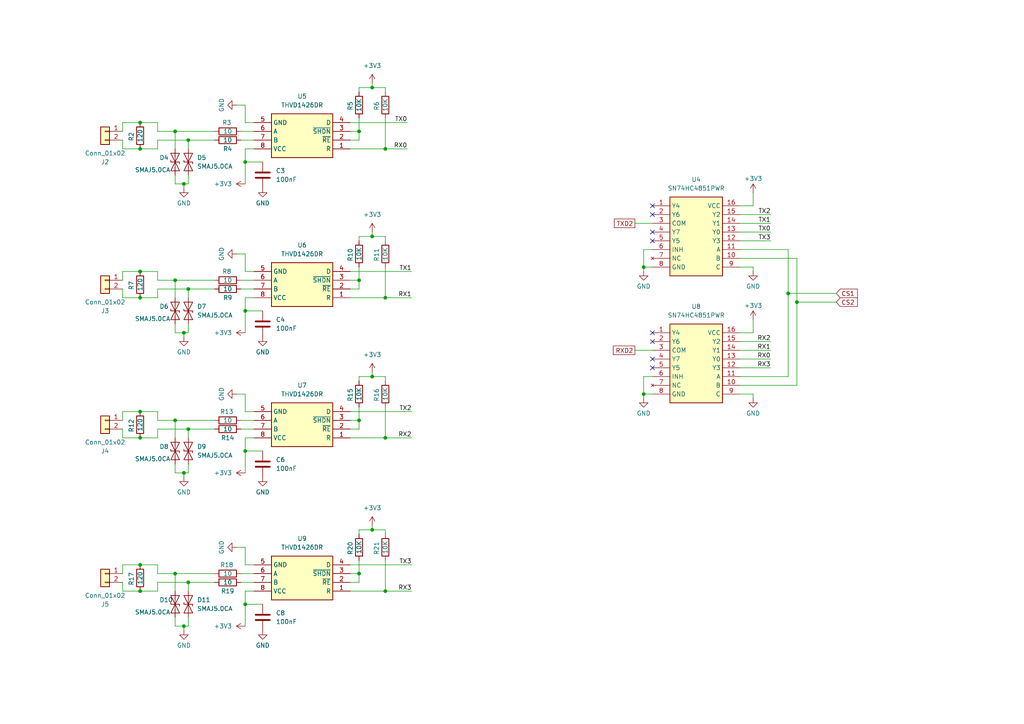
<source format=kicad_sch>
(kicad_sch (version 20231120) (generator "eeschema") (generator_version "8.0")
  (paper "A4")
  (lib_symbols
    (symbol "0_MyLib_0:SN74HC4851PWR"
      (property "Reference" "U" (at 21.59 7.62 0))
      (property "Value" "SN74HC4851PWR" (at 21.59 5.08 0))
      (symbol "SN74HC4851PWR_1_1"
        (rectangle (start 5.08 2.54) (end 20.32 -20.32) (stroke (width 0.254)) (fill (type background)))
        (pin passive line (at 0 0 0) (length 5.08) (name "Y4") (number "1"))
        (pin passive line (at 25.4 -15.24 180) (length 5.08) (name "B") (number "10"))
        (pin passive line (at 25.4 -12.7 180) (length 5.08) (name "A") (number "11"))
        (pin passive line (at 25.4 -10.16 180) (length 5.08) (name "Y3") (number "12"))
        (pin passive line (at 25.4 -7.62 180) (length 5.08) (name "Y0") (number "13"))
        (pin passive line (at 25.4 -5.08 180) (length 5.08) (name "Y1") (number "14"))
        (pin passive line (at 25.4 -2.54 180) (length 5.08) (name "Y2") (number "15"))
        (pin passive line (at 25.4 0 180) (length 5.08) (name "VCC") (number "16"))
        (pin passive line (at 0 -2.54 0) (length 5.08) (name "Y6") (number "2"))
        (pin passive line (at 0 -5.08 0) (length 5.08) (name "COM") (number "3"))
        (pin passive line (at 0 -7.62 0) (length 5.08) (name "Y7") (number "4"))
        (pin passive line (at 0 -10.16 0) (length 5.08) (name "Y5") (number "5"))
        (pin passive line (at 0 -12.7 0) (length 5.08) (name "INH") (number "6"))
        (pin no_connect line (at 0 -15.24 0) (length 5.08) (name "NC") (number "7"))
        (pin passive line (at 0 -17.78 0) (length 5.08) (name "GND") (number "8"))
        (pin passive line (at 25.4 -17.78 180) (length 5.08) (name "C") (number "9"))
      )
    )
    (symbol "0_MyLib_0:THVD1426DR"
      (property "Reference" "U" (at 24.13 7.62 0))
      (property "Value" "THVD1426DR" (at 24.13 5.08 0))
      (symbol "THVD1426DR_1_1"
        (rectangle (start 5.08 2.54) (end 22.86 -10.16) (stroke (width 0.254)) (fill (type background)))
        (pin passive line (at 0 0 0) (length 5.08) (name "R") (number "1"))
        (pin passive line (at 0 -2.54 0) (length 5.08) (name "~{RE}") (number "2"))
        (pin passive line (at 0 -5.08 0) (length 5.08) (name "~{SHDN}") (number "3"))
        (pin passive line (at 0 -7.62 0) (length 5.08) (name "D") (number "4"))
        (pin passive line (at 27.94 -7.62 180) (length 5.08) (name "GND") (number "5"))
        (pin passive line (at 27.94 -5.08 180) (length 5.08) (name "A") (number "6"))
        (pin passive line (at 27.94 -2.54 180) (length 5.08) (name "B") (number "7"))
        (pin passive line (at 27.94 0 180) (length 5.08) (name "VCC") (number "8"))
      )
    )
    (symbol "Connector_Generic:Conn_01x02" (pin_names (offset 1.016) hide)
      (property "Reference" "J" (at 0 2.54 0))
      (property "Value" "Conn_01x02" (at 0 -5.08 0))
      (symbol "Conn_01x02_1_1"
        (rectangle (start -1.27 -2.413) (end 0 -2.667) (stroke (width 0.1524)))
        (rectangle (start -1.27 0.127) (end 0 -0.127) (stroke (width 0.1524)))
        (rectangle (start -1.27 1.27) (end 1.27 -3.81) (stroke (width 0.254)) (fill (type background)))
        (pin passive line (at -5.08 0 0) (length 3.81) (name "Pin_1") (number "1"))
        (pin passive line (at -5.08 -2.54 0) (length 3.81) (name "Pin_2") (number "2"))
      )
    )
    (symbol "Device:C" (pin_numbers hide) (pin_names (offset 0.254))
      (property "Reference" "C" (at 0.635 2.54 0))
      (property "Value" "C" (at 0.635 -2.54 0))
      (symbol "C_0_1"
        (polyline (pts (xy -2.032 -0.762) (xy 2.032 -0.762)) (stroke (width 0.508)))
        (polyline (pts (xy -2.032 0.762) (xy 2.032 0.762)) (stroke (width 0.508)))
      )
      (symbol "C_1_1"
        (pin passive line (at 0 3.81 270) (length 2.794) (name "~") (number "1"))
        (pin passive line (at 0 -3.81 90) (length 2.794) (name "~") (number "2"))
      )
    )
    (symbol "Device:R" (pin_numbers hide) (pin_names (offset 0))
      (property "Reference" "R" (at 2.032 0 90))
      (property "Value" "R" (at 0 0 90))
      (symbol "R_0_1"
        (rectangle (start -1.016 -2.54) (end 1.016 2.54) (stroke (width 0.254)))
      )
      (symbol "R_1_1"
        (pin passive line (at 0 3.81 270) (length 1.27) (name "~") (number "1"))
        (pin passive line (at 0 -3.81 90) (length 1.27) (name "~") (number "2"))
      )
    )
    (symbol "Diode:SMAJ5.0CA" (pin_numbers hide) (pin_names (offset 1.016) hide)
      (property "Reference" "D" (at 0 2.54 0))
      (property "Value" "SMAJ5.0CA" (at 0 -2.54 0))
      (symbol "SMAJ5.0CA_0_1"
        (polyline (pts (xy 1.27 0) (xy -1.27 0)))
        (polyline (pts (xy -2.54 -1.27) (xy 0 0) (xy -2.54 1.27) (xy -2.54 -1.27)) (stroke (width 0.2032)))
        (polyline (pts (xy 0.508 1.27) (xy 0 1.27) (xy 0 -1.27) (xy -0.508 -1.27)) (stroke (width 0.2032)))
        (polyline (pts (xy 2.54 1.27) (xy 2.54 -1.27) (xy 0 0) (xy 2.54 1.27)) (stroke (width 0.2032)))
      )
      (symbol "SMAJ5.0CA_1_1"
        (pin passive line (at -3.81 0 0) (length 2.54) (name "A1") (number "1"))
        (pin passive line (at 3.81 0 180) (length 2.54) (name "A2") (number "2"))
      )
    )
    (symbol "power:+3V3" (power) (pin_numbers hide) (pin_names (offset 0) hide)
      (property "Value" "+3V3" (at 0 3.556 0))
      (symbol "+3V3_0_1"
        (polyline (pts (xy -0.762 1.27) (xy 0 2.54)))
        (polyline (pts (xy 0 0) (xy 0 2.54)))
        (polyline (pts (xy 0 2.54) (xy 0.762 1.27)))
      )
      (symbol "+3V3_1_1"
        (pin power_in line (at 0 0 90) (length 0) (name "~") (number "1"))
      )
    )
    (symbol "power:GND" (power) (pin_numbers hide) (pin_names (offset 0) hide)
      (property "Value" "GND" (at 0 -3.81 0))
      (symbol "GND_0_1"
        (polyline (pts (xy 0 0) (xy 0 -1.27) (xy 1.27 -1.27) (xy 0 -2.54) (xy -1.27 -1.27) (xy 0 -1.27)))
      )
      (symbol "GND_1_1"
        (pin power_in line (at 0 0 270) (length 0) (name "~") (number "1"))
      )
    )
  )
  (junction (at 53.34 53.34))
  (junction (at 54.61 83.82))
  (junction (at 50.8 81.28))
  (junction (at 40.64 86.36))
  (junction (at 186.69 114.3))
  (junction (at 54.61 124.46))
  (junction (at 71.12 130.81))
  (junction (at 186.69 77.47))
  (junction (at 107.95 109.22))
  (junction (at 107.95 68.58))
  (junction (at 231.14 87.63))
  (junction (at 104.14 38.1))
  (junction (at 50.8 121.92))
  (junction (at 107.95 153.67))
  (junction (at 111.76 86.36))
  (junction (at 40.64 163.83))
  (junction (at 54.61 168.91))
  (junction (at 104.14 121.92))
  (junction (at 40.64 43.18))
  (junction (at 71.12 90.17))
  (junction (at 111.76 171.45))
  (junction (at 53.34 96.52))
  (junction (at 40.64 119.38))
  (junction (at 53.34 181.61))
  (junction (at 53.34 137.16))
  (junction (at 111.76 127))
  (junction (at 111.76 43.18))
  (junction (at 228.6 85.09))
  (junction (at 71.12 46.99))
  (junction (at 40.64 171.45))
  (junction (at 50.8 166.37))
  (junction (at 40.64 127))
  (junction (at 104.14 166.37))
  (junction (at 40.64 35.56))
  (junction (at 71.12 175.26))
  (junction (at 50.8 38.1))
  (junction (at 40.64 78.74))
  (junction (at 104.14 81.28))
  (junction (at 107.95 25.4))
  (junction (at 54.61 40.64))
  (no_connect (at 189.23 67.31))
  (no_connect (at 189.23 69.85))
  (no_connect (at 189.23 106.68))
  (no_connect (at 189.23 99.06))
  (no_connect (at 189.23 96.52))
  (no_connect (at 189.23 62.23))
  (no_connect (at 189.23 59.69))
  (no_connect (at 189.23 104.14))
  (wire (pts (xy 68.58 73.66) (xy 71.12 73.66)))
  (wire (pts (xy 35.56 83.82) (xy 35.56 86.36)))
  (wire (pts (xy 40.64 163.83) (xy 45.72 163.83)))
  (wire (pts (xy 214.63 101.6) (xy 223.52 101.6)))
  (wire (pts (xy 54.61 40.64) (xy 62.23 40.64)))
  (wire (pts (xy 104.14 121.92) (xy 104.14 124.46)))
  (wire (pts (xy 71.12 90.17) (xy 76.2 90.17)))
  (wire (pts (xy 218.44 59.69) (xy 214.63 59.69)))
  (wire (pts (xy 218.44 92.71) (xy 218.44 96.52)))
  (wire (pts (xy 214.63 74.93) (xy 231.14 74.93)))
  (wire (pts (xy 111.76 127) (xy 119.38 127)))
  (wire (pts (xy 50.8 121.92) (xy 62.23 121.92)))
  (wire (pts (xy 54.61 137.16) (xy 54.61 134.62)))
  (wire (pts (xy 71.12 46.99) (xy 76.2 46.99)))
  (wire (pts (xy 53.34 53.34) (xy 53.34 54.61)))
  (wire (pts (xy 228.6 109.22) (xy 228.6 85.09)))
  (wire (pts (xy 40.64 119.38) (xy 45.72 119.38)))
  (wire (pts (xy 69.85 124.46) (xy 73.66 124.46)))
  (wire (pts (xy 71.12 30.48) (xy 71.12 35.56)))
  (wire (pts (xy 214.63 104.14) (xy 223.52 104.14)))
  (wire (pts (xy 40.64 78.74) (xy 45.72 78.74)))
  (wire (pts (xy 50.8 121.92) (xy 50.8 127)))
  (wire (pts (xy 107.95 67.31) (xy 107.95 68.58)))
  (wire (pts (xy 35.56 168.91) (xy 35.56 171.45)))
  (wire (pts (xy 50.8 96.52) (xy 53.34 96.52)))
  (wire (pts (xy 50.8 50.8) (xy 50.8 53.34)))
  (wire (pts (xy 40.64 171.45) (xy 45.72 171.45)))
  (wire (pts (xy 53.34 53.34) (xy 54.61 53.34)))
  (wire (pts (xy 218.44 77.47) (xy 218.44 78.74)))
  (wire (pts (xy 218.44 114.3) (xy 218.44 115.57)))
  (wire (pts (xy 40.64 127) (xy 45.72 127)))
  (wire (pts (xy 54.61 83.82) (xy 62.23 83.82)))
  (wire (pts (xy 53.34 181.61) (xy 54.61 181.61)))
  (wire (pts (xy 50.8 137.16) (xy 53.34 137.16)))
  (wire (pts (xy 189.23 72.39) (xy 186.69 72.39)))
  (wire (pts (xy 218.44 96.52) (xy 214.63 96.52)))
  (wire (pts (xy 71.12 114.3) (xy 71.12 119.38)))
  (wire (pts (xy 184.15 101.6) (xy 189.23 101.6)))
  (wire (pts (xy 45.72 83.82) (xy 54.61 83.82)))
  (wire (pts (xy 69.85 81.28) (xy 73.66 81.28)))
  (wire (pts (xy 35.56 127) (xy 40.64 127)))
  (wire (pts (xy 54.61 124.46) (xy 54.61 127)))
  (wire (pts (xy 107.95 25.4) (xy 104.14 25.4)))
  (wire (pts (xy 35.56 86.36) (xy 40.64 86.36)))
  (wire (pts (xy 50.8 134.62) (xy 50.8 137.16)))
  (wire (pts (xy 45.72 124.46) (xy 54.61 124.46)))
  (wire (pts (xy 104.14 81.28) (xy 104.14 83.82)))
  (wire (pts (xy 104.14 153.67) (xy 104.14 154.94)))
  (wire (pts (xy 45.72 121.92) (xy 50.8 121.92)))
  (wire (pts (xy 50.8 179.07) (xy 50.8 181.61)))
  (wire (pts (xy 54.61 181.61) (xy 54.61 179.07)))
  (wire (pts (xy 50.8 53.34) (xy 53.34 53.34)))
  (wire (pts (xy 101.6 83.82) (xy 104.14 83.82)))
  (wire (pts (xy 40.64 86.36) (xy 45.72 86.36)))
  (wire (pts (xy 71.12 43.18) (xy 73.66 43.18)))
  (wire (pts (xy 71.12 171.45) (xy 73.66 171.45)))
  (wire (pts (xy 104.14 118.11) (xy 104.14 121.92)))
  (wire (pts (xy 71.12 53.34) (xy 71.12 46.99)))
  (wire (pts (xy 50.8 38.1) (xy 62.23 38.1)))
  (wire (pts (xy 104.14 166.37) (xy 104.14 168.91)))
  (wire (pts (xy 45.72 81.28) (xy 45.72 78.74)))
  (wire (pts (xy 69.85 121.92) (xy 73.66 121.92)))
  (wire (pts (xy 54.61 40.64) (xy 54.61 43.18)))
  (wire (pts (xy 45.72 38.1) (xy 50.8 38.1)))
  (wire (pts (xy 71.12 35.56) (xy 73.66 35.56)))
  (wire (pts (xy 54.61 53.34) (xy 54.61 50.8)))
  (wire (pts (xy 71.12 175.26) (xy 76.2 175.26)))
  (wire (pts (xy 71.12 90.17) (xy 71.12 86.36)))
  (wire (pts (xy 71.12 130.81) (xy 76.2 130.81)))
  (wire (pts (xy 69.85 83.82) (xy 73.66 83.82)))
  (wire (pts (xy 35.56 119.38) (xy 40.64 119.38)))
  (wire (pts (xy 50.8 166.37) (xy 62.23 166.37)))
  (wire (pts (xy 104.14 77.47) (xy 104.14 81.28)))
  (wire (pts (xy 68.58 114.3) (xy 71.12 114.3)))
  (wire (pts (xy 101.6 163.83) (xy 119.38 163.83)))
  (wire (pts (xy 54.61 168.91) (xy 54.61 171.45)))
  (wire (pts (xy 71.12 127) (xy 73.66 127)))
  (wire (pts (xy 45.72 121.92) (xy 45.72 119.38)))
  (wire (pts (xy 101.6 38.1) (xy 104.14 38.1)))
  (wire (pts (xy 101.6 78.74) (xy 119.38 78.74)))
  (wire (pts (xy 104.14 34.29) (xy 104.14 38.1)))
  (wire (pts (xy 71.12 175.26) (xy 71.12 171.45)))
  (wire (pts (xy 214.63 109.22) (xy 228.6 109.22)))
  (wire (pts (xy 111.76 154.94) (xy 111.76 153.67)))
  (wire (pts (xy 45.72 38.1) (xy 45.72 35.56)))
  (wire (pts (xy 71.12 96.52) (xy 71.12 90.17)))
  (wire (pts (xy 54.61 124.46) (xy 62.23 124.46)))
  (wire (pts (xy 111.76 69.85) (xy 111.76 68.58)))
  (wire (pts (xy 45.72 168.91) (xy 54.61 168.91)))
  (wire (pts (xy 54.61 83.82) (xy 54.61 86.36)))
  (wire (pts (xy 53.34 137.16) (xy 53.34 138.43)))
  (wire (pts (xy 231.14 111.76) (xy 214.63 111.76)))
  (wire (pts (xy 35.56 121.92) (xy 35.56 119.38)))
  (wire (pts (xy 104.14 109.22) (xy 104.14 110.49)))
  (wire (pts (xy 214.63 99.06) (xy 223.52 99.06)))
  (wire (pts (xy 111.76 86.36) (xy 119.38 86.36)))
  (wire (pts (xy 111.76 26.67) (xy 111.76 25.4)))
  (wire (pts (xy 71.12 130.81) (xy 71.12 127)))
  (wire (pts (xy 107.95 109.22) (xy 104.14 109.22)))
  (wire (pts (xy 111.76 118.11) (xy 111.76 127)))
  (wire (pts (xy 228.6 85.09) (xy 228.6 72.39)))
  (wire (pts (xy 186.69 72.39) (xy 186.69 77.47)))
  (wire (pts (xy 69.85 38.1) (xy 73.66 38.1)))
  (wire (pts (xy 101.6 35.56) (xy 118.11 35.56)))
  (wire (pts (xy 184.15 64.77) (xy 189.23 64.77)))
  (wire (pts (xy 214.63 106.68) (xy 223.52 106.68)))
  (wire (pts (xy 45.72 40.64) (xy 54.61 40.64)))
  (wire (pts (xy 214.63 62.23) (xy 223.52 62.23)))
  (wire (pts (xy 101.6 166.37) (xy 104.14 166.37)))
  (wire (pts (xy 50.8 81.28) (xy 50.8 86.36)))
  (wire (pts (xy 101.6 119.38) (xy 119.38 119.38)))
  (wire (pts (xy 111.76 34.29) (xy 111.76 43.18)))
  (wire (pts (xy 228.6 72.39) (xy 214.63 72.39)))
  (wire (pts (xy 101.6 121.92) (xy 104.14 121.92)))
  (wire (pts (xy 68.58 158.75) (xy 71.12 158.75)))
  (wire (pts (xy 101.6 168.91) (xy 104.14 168.91)))
  (wire (pts (xy 35.56 124.46) (xy 35.56 127)))
  (wire (pts (xy 69.85 166.37) (xy 73.66 166.37)))
  (wire (pts (xy 50.8 38.1) (xy 50.8 43.18)))
  (wire (pts (xy 45.72 168.91) (xy 45.72 171.45)))
  (wire (pts (xy 104.14 162.56) (xy 104.14 166.37)))
  (wire (pts (xy 35.56 78.74) (xy 40.64 78.74)))
  (wire (pts (xy 40.64 35.56) (xy 45.72 35.56)))
  (wire (pts (xy 35.56 163.83) (xy 40.64 163.83)))
  (wire (pts (xy 45.72 124.46) (xy 45.72 127)))
  (wire (pts (xy 35.56 38.1) (xy 35.56 35.56)))
  (wire (pts (xy 53.34 137.16) (xy 54.61 137.16)))
  (wire (pts (xy 101.6 127) (xy 111.76 127)))
  (wire (pts (xy 214.63 64.77) (xy 223.52 64.77)))
  (wire (pts (xy 111.76 68.58) (xy 107.95 68.58)))
  (wire (pts (xy 69.85 168.91) (xy 73.66 168.91)))
  (wire (pts (xy 35.56 43.18) (xy 40.64 43.18)))
  (wire (pts (xy 45.72 83.82) (xy 45.72 86.36)))
  (wire (pts (xy 50.8 181.61) (xy 53.34 181.61)))
  (wire (pts (xy 35.56 35.56) (xy 40.64 35.56)))
  (wire (pts (xy 231.14 74.93) (xy 231.14 87.63)))
  (wire (pts (xy 111.76 110.49) (xy 111.76 109.22)))
  (wire (pts (xy 107.95 152.4) (xy 107.95 153.67)))
  (wire (pts (xy 186.69 109.22) (xy 186.69 114.3)))
  (wire (pts (xy 71.12 163.83) (xy 73.66 163.83)))
  (wire (pts (xy 107.95 68.58) (xy 104.14 68.58)))
  (wire (pts (xy 45.72 166.37) (xy 50.8 166.37)))
  (wire (pts (xy 189.23 109.22) (xy 186.69 109.22)))
  (wire (pts (xy 101.6 81.28) (xy 104.14 81.28)))
  (wire (pts (xy 40.64 43.18) (xy 45.72 43.18)))
  (wire (pts (xy 107.95 24.13) (xy 107.95 25.4)))
  (wire (pts (xy 186.69 77.47) (xy 189.23 77.47)))
  (wire (pts (xy 111.76 109.22) (xy 107.95 109.22)))
  (wire (pts (xy 71.12 73.66) (xy 71.12 78.74)))
  (wire (pts (xy 111.76 25.4) (xy 107.95 25.4)))
  (wire (pts (xy 214.63 114.3) (xy 218.44 114.3)))
  (wire (pts (xy 45.72 166.37) (xy 45.72 163.83)))
  (wire (pts (xy 53.34 181.61) (xy 53.34 182.88)))
  (wire (pts (xy 69.85 40.64) (xy 73.66 40.64)))
  (wire (pts (xy 186.69 78.74) (xy 186.69 77.47)))
  (wire (pts (xy 45.72 81.28) (xy 50.8 81.28)))
  (wire (pts (xy 214.63 69.85) (xy 223.52 69.85)))
  (wire (pts (xy 107.95 107.95) (xy 107.95 109.22)))
  (wire (pts (xy 71.12 137.16) (xy 71.12 130.81)))
  (wire (pts (xy 68.58 30.48) (xy 71.12 30.48)))
  (wire (pts (xy 35.56 171.45) (xy 40.64 171.45)))
  (wire (pts (xy 71.12 119.38) (xy 73.66 119.38)))
  (wire (pts (xy 104.14 38.1) (xy 104.14 40.64)))
  (wire (pts (xy 50.8 81.28) (xy 62.23 81.28)))
  (wire (pts (xy 111.76 77.47) (xy 111.76 86.36)))
  (wire (pts (xy 101.6 124.46) (xy 104.14 124.46)))
  (wire (pts (xy 107.95 153.67) (xy 104.14 153.67)))
  (wire (pts (xy 35.56 166.37) (xy 35.56 163.83)))
  (wire (pts (xy 228.6 85.09) (xy 242.57 85.09)))
  (wire (pts (xy 50.8 93.98) (xy 50.8 96.52)))
  (wire (pts (xy 35.56 81.28) (xy 35.56 78.74)))
  (wire (pts (xy 231.14 87.63) (xy 231.14 111.76)))
  (wire (pts (xy 218.44 55.88) (xy 218.44 59.69)))
  (wire (pts (xy 53.34 96.52) (xy 54.61 96.52)))
  (wire (pts (xy 53.34 96.52) (xy 53.34 97.79)))
  (wire (pts (xy 111.76 162.56) (xy 111.76 171.45)))
  (wire (pts (xy 101.6 86.36) (xy 111.76 86.36)))
  (wire (pts (xy 111.76 43.18) (xy 118.11 43.18)))
  (wire (pts (xy 111.76 171.45) (xy 119.38 171.45)))
  (wire (pts (xy 101.6 171.45) (xy 111.76 171.45)))
  (wire (pts (xy 101.6 40.64) (xy 104.14 40.64)))
  (wire (pts (xy 71.12 86.36) (xy 73.66 86.36)))
  (wire (pts (xy 50.8 166.37) (xy 50.8 171.45)))
  (wire (pts (xy 71.12 78.74) (xy 73.66 78.74)))
  (wire (pts (xy 54.61 168.91) (xy 62.23 168.91)))
  (wire (pts (xy 186.69 114.3) (xy 189.23 114.3)))
  (wire (pts (xy 214.63 67.31) (xy 223.52 67.31)))
  (wire (pts (xy 231.14 87.63) (xy 242.57 87.63)))
  (wire (pts (xy 186.69 115.57) (xy 186.69 114.3)))
  (wire (pts (xy 104.14 25.4) (xy 104.14 26.67)))
  (wire (pts (xy 71.12 181.61) (xy 71.12 175.26)))
  (wire (pts (xy 104.14 68.58) (xy 104.14 69.85)))
  (wire (pts (xy 214.63 77.47) (xy 218.44 77.47)))
  (wire (pts (xy 101.6 43.18) (xy 111.76 43.18)))
  (wire (pts (xy 71.12 158.75) (xy 71.12 163.83)))
  (wire (pts (xy 45.72 40.64) (xy 45.72 43.18)))
  (wire (pts (xy 54.61 96.52) (xy 54.61 93.98)))
  (wire (pts (xy 71.12 46.99) (xy 71.12 43.18)))
  (wire (pts (xy 111.76 153.67) (xy 107.95 153.67)))
  (wire (pts (xy 35.56 40.64) (xy 35.56 43.18)))
  (label "TX3" (at 223.52 69.85 180))
  (label "TX1" (at 223.52 64.77 180))
  (label "TX0" (at 223.52 67.31 180))
  (label "RX2" (at 223.52 99.06 180))
  (label "RX1" (at 119.38 86.36 180))
  (label "TX0" (at 118.11 35.56 180))
  (label "TX3" (at 119.38 163.83 180))
  (label "RX0" (at 118.11 43.18 180))
  (label "TX1" (at 119.38 78.74 180))
  (label "RX3" (at 119.38 171.45 180))
  (label "RX3" (at 223.52 106.68 180))
  (label "RX1" (at 223.52 101.6 180))
  (label "RX2" (at 119.38 127 180))
  (label "TX2" (at 119.38 119.38 180))
  (label "RX0" (at 223.52 104.14 180))
  (label "TX2" (at 223.52 62.23 180))
  (global_label "CS1" (shape input) (at 242.57 85.09 0) (property "Intersheetrefs" "${INTERSHEET_REFS}" (effects (hide yes))))
  (global_label "RXD2" (shape passive) (at 184.15 101.6 180) (property "Intersheetrefs" "${INTERSHEET_REFS}" (effects (hide yes))))
  (global_label "TXD2" (shape passive) (at 184.15 64.77 180) (property "Intersheetrefs" "${INTERSHEET_REFS}" (effects (hide yes))))
  (global_label "CS2" (shape input) (at 242.57 87.63 0) (property "Intersheetrefs" "${INTERSHEET_REFS}" (effects (hide yes))))
  (symbol (lib_id "0_MyLib_0:SN74HC4851PWR") (at 189.23 59.69 0) (unit 1)
    (property "Reference" "U4" (at 201.93 52.07 0))
    (property "Value" "SN74HC4851PWR" (at 201.93 54.61 0))
    (property "Footprint" "SOP65P640X120-16N" (effects (hide yes)))
    (property "Datasheet" "http://www.ti.com/lit/gpn/sn74hc4851" (effects (hide yes)))
    (property "Description" "Texas Instruments SN74HC4851PWR, Multiplexer/Demultiplexer Single 8:1, 3 V, 5 V, 16-Pin TSSOP" (effects (hide yes)))
    (property "Height" "1.2" (effects (hide yes)))
    (property "Mouser Part Number" "595-SN74HC4851PWR" (effects (hide yes)))
    (property "Mouser Price/Stock" "https://www.mouser.co.uk/ProductDetail/Texas-Instruments/SN74HC4851PWR?qs=AgY10sKTvDJiHOKineifvQ%3D%3D" (effects (hide yes)))
    (property "Manufacturer_Name" "Texas Instruments" (effects (hide yes)))
    (property "Manufacturer_Part_Number" "SN74HC4851PWR" (effects (hide yes)))
  )
  (symbol (lib_id "power:GND") (at 76.2 97.79 0) (unit 1)
    (property "Reference" "#PWR026" (effects (hide yes)))
    (property "Value" "GND" (at 76.2 102.108 0))
    (property "Description" "Power symbol creates a global label with name \"GND\" , ground" (effects (hide yes)))
  )
  (symbol (lib_id "Device:C") (at 76.2 179.07 0) (unit 1)
    (property "Reference" "C8" (at 80.01 177.7999 0) (effects (justify left)))
    (property "Value" "100nF" (at 80.01 180.3399 0) (effects (justify left)))
    (property "Description" "Unpolarized capacitor" (effects (hide yes)))
  )
  (symbol (lib_id "power:+3V3") (at 71.12 181.61 90) (unit 1)
    (property "Reference" "#PWR035" (effects (hide yes)))
    (property "Value" "+3V3" (at 67.31 181.6099 90) (effects (justify left)))
    (property "Description" "Power symbol creates a global label with name \"+3V3\"" (effects (hide yes)))
  )
  (symbol (lib_id "Device:R") (at 66.04 81.28 90) (unit 1)
    (property "Reference" "R8" (at 65.786 78.74 90))
    (property "Value" "10" (at 66.04 81.28 90))
    (property "Description" "Resistor" (effects (hide yes)))
  )
  (symbol (lib_id "0_MyLib_0:THVD1426DR") (at 101.6 43.18 180) (unit 1)
    (property "Reference" "U5" (at 87.63 27.94 0))
    (property "Value" "THVD1426DR" (at 87.63 30.48 0))
    (property "Footprint" "SOIC127P600X175-8N" (effects (hide yes)))
    (property "Datasheet" "https://www.ti.com/jp/lit/ds/symlink/thvd1426.pdf?ts=1676878246969&ref_url=https%253A%252F%252Fwww.ti.com%252Fproduct%252Fja-jp%252FTHVD1426" (effects (hide yes)))
    (property "Description" "RS-422/RS-485 Interface IC 3.3-V to 5-V 12-Mbps half-duplex RS-485 transceiver auto-direction control &plusmn;12-kV IEC ESD" (effects (hide yes)))
    (property "Height" "1.75" (effects (hide yes)))
    (property "Mouser Part Number" "595-THVD1426DR" (effects (hide yes)))
    (property "Mouser Price/Stock" "https://www.mouser.co.uk/ProductDetail/Texas-Instruments/THVD1426DR?qs=Li%252BoUPsLEnvtMAmClTMmaw%3D%3D" (effects (hide yes)))
    (property "Manufacturer_Name" "Texas Instruments" (effects (hide yes)))
    (property "Manufacturer_Part_Number" "THVD1426DR" (effects (hide yes)))
  )
  (symbol (lib_id "0_MyLib_0:SN74HC4851PWR") (at 189.23 96.52 0) (unit 1)
    (property "Reference" "U8" (at 201.93 88.9 0))
    (property "Value" "SN74HC4851PWR" (at 201.93 91.44 0))
    (property "Footprint" "SOP65P640X120-16N" (effects (hide yes)))
    (property "Datasheet" "http://www.ti.com/lit/gpn/sn74hc4851" (effects (hide yes)))
    (property "Description" "Texas Instruments SN74HC4851PWR, Multiplexer/Demultiplexer Single 8:1, 3 V, 5 V, 16-Pin TSSOP" (effects (hide yes)))
    (property "Height" "1.2" (effects (hide yes)))
    (property "Mouser Part Number" "595-SN74HC4851PWR" (effects (hide yes)))
    (property "Mouser Price/Stock" "https://www.mouser.co.uk/ProductDetail/Texas-Instruments/SN74HC4851PWR?qs=AgY10sKTvDJiHOKineifvQ%3D%3D" (effects (hide yes)))
    (property "Manufacturer_Name" "Texas Instruments" (effects (hide yes)))
    (property "Manufacturer_Part_Number" "SN74HC4851PWR" (effects (hide yes)))
  )
  (symbol (lib_id "Diode:SMAJ5.0CA") (at 50.8 46.99 90) (unit 1)
    (property "Reference" "D4" (at 46.228 45.72 90) (effects (justify right)))
    (property "Value" "SMAJ5.0CA" (at 39.116 49.276 90) (effects (justify right)))
    (property "Footprint" "Diode_SMD:D_SMA" (effects (hide yes)))
    (property "Datasheet" "https://www.littelfuse.com/media?resourcetype=datasheets&itemid=75e32973-b177-4ee3-a0ff-cedaf1abdb93&filename=smaj-datasheet" (effects (hide yes)))
    (property "Description" "400W bidirectional Transient Voltage Suppressor, 5.0Vr, SMA(DO-214AC)" (effects (hide yes)))
  )
  (symbol (lib_id "power:GND") (at 218.44 78.74 0) (unit 1)
    (property "Reference" "#PWR015" (effects (hide yes)))
    (property "Value" "GND" (at 218.44 83.058 0))
    (property "Description" "Power symbol creates a global label with name \"GND\" , ground" (effects (hide yes)))
  )
  (symbol (lib_id "power:GND") (at 76.2 54.61 0) (unit 1)
    (property "Reference" "#PWR021" (effects (hide yes)))
    (property "Value" "GND" (at 76.2 58.928 0))
    (property "Description" "Power symbol creates a global label with name \"GND\" , ground" (effects (hide yes)))
  )
  (symbol (lib_id "Diode:SMAJ5.0CA") (at 54.61 90.17 90) (unit 1)
    (property "Reference" "D7" (at 57.15 88.8999 90) (effects (justify right)))
    (property "Value" "SMAJ5.0CA" (at 57.15 91.4399 90) (effects (justify right)))
    (property "Footprint" "Diode_SMD:D_SMA" (effects (hide yes)))
    (property "Datasheet" "https://www.littelfuse.com/media?resourcetype=datasheets&itemid=75e32973-b177-4ee3-a0ff-cedaf1abdb93&filename=smaj-datasheet" (effects (hide yes)))
    (property "Description" "400W bidirectional Transient Voltage Suppressor, 5.0Vr, SMA(DO-214AC)" (effects (hide yes)))
  )
  (symbol (lib_id "Diode:SMAJ5.0CA") (at 50.8 130.81 90) (unit 1)
    (property "Reference" "D8" (at 46.228 129.54 90) (effects (justify right)))
    (property "Value" "SMAJ5.0CA" (at 39.116 133.096 90) (effects (justify right)))
    (property "Footprint" "Diode_SMD:D_SMA" (effects (hide yes)))
    (property "Datasheet" "https://www.littelfuse.com/media?resourcetype=datasheets&itemid=75e32973-b177-4ee3-a0ff-cedaf1abdb93&filename=smaj-datasheet" (effects (hide yes)))
    (property "Description" "400W bidirectional Transient Voltage Suppressor, 5.0Vr, SMA(DO-214AC)" (effects (hide yes)))
  )
  (symbol (lib_id "Device:R") (at 66.04 166.37 90) (unit 1)
    (property "Reference" "R18" (at 65.786 163.83 90))
    (property "Value" "10" (at 66.04 166.37 90))
    (property "Description" "Resistor" (effects (hide yes)))
  )
  (symbol (lib_id "power:+3V3") (at 218.44 55.88 0) (unit 1)
    (property "Reference" "#PWR014" (effects (hide yes)))
    (property "Value" "+3V3" (at 218.44 51.816 0))
    (property "Description" "Power symbol creates a global label with name \"+3V3\"" (effects (hide yes)))
  )
  (symbol (lib_id "Device:R") (at 104.14 158.75 180) (unit 1)
    (property "Reference" "R20" (at 101.6 159.004 90))
    (property "Value" "10K" (at 104.14 158.75 90))
    (property "Description" "Resistor" (effects (hide yes)))
  )
  (symbol (lib_id "Connector_Generic:Conn_01x02") (at 30.48 166.37 0) (mirror y) (unit 1)
    (property "Reference" "J5" (at 30.48 175.26 0))
    (property "Value" "Conn_01x02" (at 30.48 172.72 0))
    (property "Description" "Generic connector, single row, 01x02, script generated (kicad-library-utils/schlib/autogen/connector/)" (effects (hide yes)))
  )
  (symbol (lib_id "power:+3V3") (at 107.95 67.31 0) (unit 1)
    (property "Reference" "#PWR027" (effects (hide yes)))
    (property "Value" "+3V3" (at 107.95 62.23 0))
    (property "Description" "Power symbol creates a global label with name \"+3V3\"" (effects (hide yes)))
  )
  (symbol (lib_id "power:+3V3") (at 107.95 107.95 0) (unit 1)
    (property "Reference" "#PWR032" (effects (hide yes)))
    (property "Value" "+3V3" (at 107.95 102.87 0))
    (property "Description" "Power symbol creates a global label with name \"+3V3\"" (effects (hide yes)))
  )
  (symbol (lib_id "Diode:SMAJ5.0CA") (at 50.8 175.26 90) (unit 1)
    (property "Reference" "D10" (at 46.228 173.99 90) (effects (justify right)))
    (property "Value" "SMAJ5.0CA" (at 39.116 177.546 90) (effects (justify right)))
    (property "Footprint" "Diode_SMD:D_SMA" (effects (hide yes)))
    (property "Datasheet" "https://www.littelfuse.com/media?resourcetype=datasheets&itemid=75e32973-b177-4ee3-a0ff-cedaf1abdb93&filename=smaj-datasheet" (effects (hide yes)))
    (property "Description" "400W bidirectional Transient Voltage Suppressor, 5.0Vr, SMA(DO-214AC)" (effects (hide yes)))
  )
  (symbol (lib_id "power:GND") (at 76.2 182.88 0) (unit 1)
    (property "Reference" "#PWR036" (effects (hide yes)))
    (property "Value" "GND" (at 76.2 187.198 0))
    (property "Description" "Power symbol creates a global label with name \"GND\" , ground" (effects (hide yes)))
  )
  (symbol (lib_id "0_MyLib_0:THVD1426DR") (at 101.6 127 180) (unit 1)
    (property "Reference" "U7" (at 87.63 111.76 0))
    (property "Value" "THVD1426DR" (at 87.63 114.3 0))
    (property "Footprint" "SOIC127P600X175-8N" (effects (hide yes)))
    (property "Datasheet" "https://www.ti.com/jp/lit/ds/symlink/thvd1426.pdf?ts=1676878246969&ref_url=https%253A%252F%252Fwww.ti.com%252Fproduct%252Fja-jp%252FTHVD1426" (effects (hide yes)))
    (property "Description" "RS-422/RS-485 Interface IC 3.3-V to 5-V 12-Mbps half-duplex RS-485 transceiver auto-direction control &plusmn;12-kV IEC ESD" (effects (hide yes)))
    (property "Height" "1.75" (effects (hide yes)))
    (property "Mouser Part Number" "595-THVD1426DR" (effects (hide yes)))
    (property "Mouser Price/Stock" "https://www.mouser.co.uk/ProductDetail/Texas-Instruments/THVD1426DR?qs=Li%252BoUPsLEnvtMAmClTMmaw%3D%3D" (effects (hide yes)))
    (property "Manufacturer_Name" "Texas Instruments" (effects (hide yes)))
    (property "Manufacturer_Part_Number" "THVD1426DR" (effects (hide yes)))
  )
  (symbol (lib_id "Device:C") (at 76.2 134.62 0) (unit 1)
    (property "Reference" "C6" (at 80.01 133.3499 0) (effects (justify left)))
    (property "Value" "100nF" (at 80.01 135.8899 0) (effects (justify left)))
    (property "Description" "Unpolarized capacitor" (effects (hide yes)))
  )
  (symbol (lib_id "Device:R") (at 66.04 121.92 90) (unit 1)
    (property "Reference" "R13" (at 65.786 119.38 90))
    (property "Value" "10" (at 66.04 121.92 90))
    (property "Description" "Resistor" (effects (hide yes)))
  )
  (symbol (lib_id "Diode:SMAJ5.0CA") (at 54.61 130.81 90) (unit 1)
    (property "Reference" "D9" (at 57.15 129.5399 90) (effects (justify right)))
    (property "Value" "SMAJ5.0CA" (at 57.15 132.0799 90) (effects (justify right)))
    (property "Footprint" "Diode_SMD:D_SMA" (effects (hide yes)))
    (property "Datasheet" "https://www.littelfuse.com/media?resourcetype=datasheets&itemid=75e32973-b177-4ee3-a0ff-cedaf1abdb93&filename=smaj-datasheet" (effects (hide yes)))
    (property "Description" "400W bidirectional Transient Voltage Suppressor, 5.0Vr, SMA(DO-214AC)" (effects (hide yes)))
  )
  (symbol (lib_id "power:GND") (at 186.69 78.74 0) (unit 1)
    (property "Reference" "#PWR012" (effects (hide yes)))
    (property "Value" "GND" (at 186.69 83.058 0))
    (property "Description" "Power symbol creates a global label with name \"GND\" , ground" (effects (hide yes)))
  )
  (symbol (lib_id "power:GND") (at 53.34 97.79 0) (unit 1)
    (property "Reference" "#PWR023" (effects (hide yes)))
    (property "Value" "GND" (at 53.34 102.108 0))
    (property "Description" "Power symbol creates a global label with name \"GND\" , ground" (effects (hide yes)))
  )
  (symbol (lib_id "power:GND") (at 68.58 114.3 270) (unit 1)
    (property "Reference" "#PWR029" (effects (hide yes)))
    (property "Value" "GND" (at 64.262 114.3 0))
    (property "Description" "Power symbol creates a global label with name \"GND\" , ground" (effects (hide yes)))
  )
  (symbol (lib_id "Device:R") (at 40.64 82.55 180) (unit 1)
    (property "Reference" "R7" (at 38.1 82.804 90))
    (property "Value" "120" (at 40.64 82.55 90))
    (property "Description" "Resistor" (effects (hide yes)))
  )
  (symbol (lib_id "power:GND") (at 76.2 138.43 0) (unit 1)
    (property "Reference" "#PWR031" (effects (hide yes)))
    (property "Value" "GND" (at 76.2 142.748 0))
    (property "Description" "Power symbol creates a global label with name \"GND\" , ground" (effects (hide yes)))
  )
  (symbol (lib_id "Device:R") (at 66.04 168.91 90) (unit 1)
    (property "Reference" "R19" (at 66.04 171.45 90))
    (property "Value" "10" (at 66.04 168.91 90))
    (property "Description" "Resistor" (effects (hide yes)))
  )
  (symbol (lib_id "power:GND") (at 68.58 30.48 270) (unit 1)
    (property "Reference" "#PWR019" (effects (hide yes)))
    (property "Value" "GND" (at 64.262 30.48 0))
    (property "Description" "Power symbol creates a global label with name \"GND\" , ground" (effects (hide yes)))
  )
  (symbol (lib_id "Device:R") (at 66.04 38.1 90) (unit 1)
    (property "Reference" "R3" (at 65.786 35.56 90))
    (property "Value" "10" (at 66.04 38.1 90))
    (property "Description" "Resistor" (effects (hide yes)))
  )
  (symbol (lib_id "power:GND") (at 218.44 115.57 0) (unit 1)
    (property "Reference" "#PWR017" (effects (hide yes)))
    (property "Value" "GND" (at 218.44 119.888 0))
    (property "Description" "Power symbol creates a global label with name \"GND\" , ground" (effects (hide yes)))
  )
  (symbol (lib_id "power:GND") (at 186.69 115.57 0) (unit 1)
    (property "Reference" "#PWR013" (effects (hide yes)))
    (property "Value" "GND" (at 186.69 119.888 0))
    (property "Description" "Power symbol creates a global label with name \"GND\" , ground" (effects (hide yes)))
  )
  (symbol (lib_id "power:+3V3") (at 71.12 53.34 90) (unit 1)
    (property "Reference" "#PWR020" (effects (hide yes)))
    (property "Value" "+3V3" (at 67.31 53.3399 90) (effects (justify left)))
    (property "Description" "Power symbol creates a global label with name \"+3V3\"" (effects (hide yes)))
  )
  (symbol (lib_id "Device:R") (at 66.04 124.46 90) (unit 1)
    (property "Reference" "R14" (at 66.04 127 90))
    (property "Value" "10" (at 66.04 124.46 90))
    (property "Description" "Resistor" (effects (hide yes)))
  )
  (symbol (lib_id "Device:R") (at 66.04 83.82 90) (unit 1)
    (property "Reference" "R9" (at 66.04 86.36 90))
    (property "Value" "10" (at 66.04 83.82 90))
    (property "Description" "Resistor" (effects (hide yes)))
  )
  (symbol (lib_id "power:+3V3") (at 71.12 96.52 90) (unit 1)
    (property "Reference" "#PWR025" (effects (hide yes)))
    (property "Value" "+3V3" (at 67.31 96.5199 90) (effects (justify left)))
    (property "Description" "Power symbol creates a global label with name \"+3V3\"" (effects (hide yes)))
  )
  (symbol (lib_id "power:GND") (at 53.34 182.88 0) (unit 1)
    (property "Reference" "#PWR033" (effects (hide yes)))
    (property "Value" "GND" (at 53.34 187.198 0))
    (property "Description" "Power symbol creates a global label with name \"GND\" , ground" (effects (hide yes)))
  )
  (symbol (lib_id "0_MyLib_0:THVD1426DR") (at 101.6 86.36 180) (unit 1)
    (property "Reference" "U6" (at 87.63 71.12 0))
    (property "Value" "THVD1426DR" (at 87.63 73.66 0))
    (property "Footprint" "SOIC127P600X175-8N" (effects (hide yes)))
    (property "Datasheet" "https://www.ti.com/jp/lit/ds/symlink/thvd1426.pdf?ts=1676878246969&ref_url=https%253A%252F%252Fwww.ti.com%252Fproduct%252Fja-jp%252FTHVD1426" (effects (hide yes)))
    (property "Description" "RS-422/RS-485 Interface IC 3.3-V to 5-V 12-Mbps half-duplex RS-485 transceiver auto-direction control &plusmn;12-kV IEC ESD" (effects (hide yes)))
    (property "Height" "1.75" (effects (hide yes)))
    (property "Mouser Part Number" "595-THVD1426DR" (effects (hide yes)))
    (property "Mouser Price/Stock" "https://www.mouser.co.uk/ProductDetail/Texas-Instruments/THVD1426DR?qs=Li%252BoUPsLEnvtMAmClTMmaw%3D%3D" (effects (hide yes)))
    (property "Manufacturer_Name" "Texas Instruments" (effects (hide yes)))
    (property "Manufacturer_Part_Number" "THVD1426DR" (effects (hide yes)))
  )
  (symbol (lib_id "Device:R") (at 40.64 39.37 180) (unit 1)
    (property "Reference" "R2" (at 38.1 39.624 90))
    (property "Value" "120" (at 40.64 39.37 90))
    (property "Description" "Resistor" (effects (hide yes)))
  )
  (symbol (lib_id "Connector_Generic:Conn_01x02") (at 30.48 38.1 0) (mirror y) (unit 1)
    (property "Reference" "J2" (at 30.48 46.99 0))
    (property "Value" "Conn_01x02" (at 30.48 44.45 0))
    (property "Description" "Generic connector, single row, 01x02, script generated (kicad-library-utils/schlib/autogen/connector/)" (effects (hide yes)))
  )
  (symbol (lib_id "Device:R") (at 111.76 114.3 180) (unit 1)
    (property "Reference" "R16" (at 109.22 114.554 90))
    (property "Value" "10K" (at 111.76 114.3 90))
    (property "Description" "Resistor" (effects (hide yes)))
  )
  (symbol (lib_id "Diode:SMAJ5.0CA") (at 54.61 175.26 90) (unit 1)
    (property "Reference" "D11" (at 57.15 173.9899 90) (effects (justify right)))
    (property "Value" "SMAJ5.0CA" (at 57.15 176.5299 90) (effects (justify right)))
    (property "Footprint" "Diode_SMD:D_SMA" (effects (hide yes)))
    (property "Datasheet" "https://www.littelfuse.com/media?resourcetype=datasheets&itemid=75e32973-b177-4ee3-a0ff-cedaf1abdb93&filename=smaj-datasheet" (effects (hide yes)))
    (property "Description" "400W bidirectional Transient Voltage Suppressor, 5.0Vr, SMA(DO-214AC)" (effects (hide yes)))
  )
  (symbol (lib_id "Device:R") (at 104.14 73.66 180) (unit 1)
    (property "Reference" "R10" (at 101.6 73.914 90))
    (property "Value" "10K" (at 104.14 73.66 90))
    (property "Description" "Resistor" (effects (hide yes)))
  )
  (symbol (lib_id "Device:R") (at 66.04 40.64 90) (unit 1)
    (property "Reference" "R4" (at 66.04 43.18 90))
    (property "Value" "10" (at 66.04 40.64 90))
    (property "Description" "Resistor" (effects (hide yes)))
  )
  (symbol (lib_id "Device:R") (at 40.64 123.19 180) (unit 1)
    (property "Reference" "R12" (at 38.1 123.444 90))
    (property "Value" "120" (at 40.64 123.19 90))
    (property "Description" "Resistor" (effects (hide yes)))
  )
  (symbol (lib_id "0_MyLib_0:THVD1426DR") (at 101.6 171.45 180) (unit 1)
    (property "Reference" "U9" (at 87.63 156.21 0))
    (property "Value" "THVD1426DR" (at 87.63 158.75 0))
    (property "Footprint" "SOIC127P600X175-8N" (effects (hide yes)))
    (property "Datasheet" "https://www.ti.com/jp/lit/ds/symlink/thvd1426.pdf?ts=1676878246969&ref_url=https%253A%252F%252Fwww.ti.com%252Fproduct%252Fja-jp%252FTHVD1426" (effects (hide yes)))
    (property "Description" "RS-422/RS-485 Interface IC 3.3-V to 5-V 12-Mbps half-duplex RS-485 transceiver auto-direction control &plusmn;12-kV IEC ESD" (effects (hide yes)))
    (property "Height" "1.75" (effects (hide yes)))
    (property "Mouser Part Number" "595-THVD1426DR" (effects (hide yes)))
    (property "Mouser Price/Stock" "https://www.mouser.co.uk/ProductDetail/Texas-Instruments/THVD1426DR?qs=Li%252BoUPsLEnvtMAmClTMmaw%3D%3D" (effects (hide yes)))
    (property "Manufacturer_Name" "Texas Instruments" (effects (hide yes)))
    (property "Manufacturer_Part_Number" "THVD1426DR" (effects (hide yes)))
  )
  (symbol (lib_id "power:GND") (at 53.34 138.43 0) (unit 1)
    (property "Reference" "#PWR028" (effects (hide yes)))
    (property "Value" "GND" (at 53.34 142.748 0))
    (property "Description" "Power symbol creates a global label with name \"GND\" , ground" (effects (hide yes)))
  )
  (symbol (lib_id "Connector_Generic:Conn_01x02") (at 30.48 121.92 0) (mirror y) (unit 1)
    (property "Reference" "J4" (at 30.48 130.81 0))
    (property "Value" "Conn_01x02" (at 30.48 128.27 0))
    (property "Description" "Generic connector, single row, 01x02, script generated (kicad-library-utils/schlib/autogen/connector/)" (effects (hide yes)))
  )
  (symbol (lib_id "Device:R") (at 111.76 158.75 180) (unit 1)
    (property "Reference" "R21" (at 109.22 159.004 90))
    (property "Value" "10K" (at 111.76 158.75 90))
    (property "Description" "Resistor" (effects (hide yes)))
  )
  (symbol (lib_id "Device:R") (at 104.14 114.3 180) (unit 1)
    (property "Reference" "R15" (at 101.6 114.554 90))
    (property "Value" "10K" (at 104.14 114.3 90))
    (property "Description" "Resistor" (effects (hide yes)))
  )
  (symbol (lib_id "Device:R") (at 111.76 30.48 180) (unit 1)
    (property "Reference" "R6" (at 109.22 30.734 90))
    (property "Value" "10K" (at 111.76 30.48 90))
    (property "Description" "Resistor" (effects (hide yes)))
  )
  (symbol (lib_id "Connector_Generic:Conn_01x02") (at 30.48 81.28 0) (mirror y) (unit 1)
    (property "Reference" "J3" (at 30.48 90.17 0))
    (property "Value" "Conn_01x02" (at 30.48 87.63 0))
    (property "Description" "Generic connector, single row, 01x02, script generated (kicad-library-utils/schlib/autogen/connector/)" (effects (hide yes)))
  )
  (symbol (lib_id "power:GND") (at 68.58 158.75 270) (unit 1)
    (property "Reference" "#PWR034" (effects (hide yes)))
    (property "Value" "GND" (at 64.262 158.75 0))
    (property "Description" "Power symbol creates a global label with name \"GND\" , ground" (effects (hide yes)))
  )
  (symbol (lib_id "power:+3V3") (at 107.95 152.4 0) (unit 1)
    (property "Reference" "#PWR037" (effects (hide yes)))
    (property "Value" "+3V3" (at 107.95 147.32 0))
    (property "Description" "Power symbol creates a global label with name \"+3V3\"" (effects (hide yes)))
  )
  (symbol (lib_id "power:+3V3") (at 71.12 137.16 90) (unit 1)
    (property "Reference" "#PWR030" (effects (hide yes)))
    (property "Value" "+3V3" (at 67.31 137.1599 90) (effects (justify left)))
    (property "Description" "Power symbol creates a global label with name \"+3V3\"" (effects (hide yes)))
  )
  (symbol (lib_id "power:GND") (at 53.34 54.61 0) (unit 1)
    (property "Reference" "#PWR018" (effects (hide yes)))
    (property "Value" "GND" (at 53.34 58.928 0))
    (property "Description" "Power symbol creates a global label with name \"GND\" , ground" (effects (hide yes)))
  )
  (symbol (lib_id "Diode:SMAJ5.0CA") (at 50.8 90.17 90) (unit 1)
    (property "Reference" "D6" (at 46.228 88.9 90) (effects (justify right)))
    (property "Value" "SMAJ5.0CA" (at 39.116 92.456 90) (effects (justify right)))
    (property "Footprint" "Diode_SMD:D_SMA" (effects (hide yes)))
    (property "Datasheet" "https://www.littelfuse.com/media?resourcetype=datasheets&itemid=75e32973-b177-4ee3-a0ff-cedaf1abdb93&filename=smaj-datasheet" (effects (hide yes)))
    (property "Description" "400W bidirectional Transient Voltage Suppressor, 5.0Vr, SMA(DO-214AC)" (effects (hide yes)))
  )
  (symbol (lib_id "Diode:SMAJ5.0CA") (at 54.61 46.99 90) (unit 1)
    (property "Reference" "D5" (at 57.15 45.7199 90) (effects (justify right)))
    (property "Value" "SMAJ5.0CA" (at 57.15 48.2599 90) (effects (justify right)))
    (property "Footprint" "Diode_SMD:D_SMA" (effects (hide yes)))
    (property "Datasheet" "https://www.littelfuse.com/media?resourcetype=datasheets&itemid=75e32973-b177-4ee3-a0ff-cedaf1abdb93&filename=smaj-datasheet" (effects (hide yes)))
    (property "Description" "400W bidirectional Transient Voltage Suppressor, 5.0Vr, SMA(DO-214AC)" (effects (hide yes)))
  )
  (symbol (lib_id "Device:C") (at 76.2 50.8 0) (unit 1)
    (property "Reference" "C3" (at 80.01 49.5299 0) (effects (justify left)))
    (property "Value" "100nF" (at 80.01 52.0699 0) (effects (justify left)))
    (property "Description" "Unpolarized capacitor" (effects (hide yes)))
  )
  (symbol (lib_id "power:GND") (at 68.58 73.66 270) (unit 1)
    (property "Reference" "#PWR024" (effects (hide yes)))
    (property "Value" "GND" (at 64.262 73.66 0))
    (property "Description" "Power symbol creates a global label with name \"GND\" , ground" (effects (hide yes)))
  )
  (symbol (lib_id "Device:C") (at 76.2 93.98 0) (unit 1)
    (property "Reference" "C4" (at 80.01 92.7099 0) (effects (justify left)))
    (property "Value" "100nF" (at 80.01 95.2499 0) (effects (justify left)))
    (property "Description" "Unpolarized capacitor" (effects (hide yes)))
  )
  (symbol (lib_id "power:+3V3") (at 218.44 92.71 0) (unit 1)
    (property "Reference" "#PWR016" (effects (hide yes)))
    (property "Value" "+3V3" (at 218.44 88.646 0))
    (property "Description" "Power symbol creates a global label with name \"+3V3\"" (effects (hide yes)))
  )
  (symbol (lib_id "Device:R") (at 111.76 73.66 180) (unit 1)
    (property "Reference" "R11" (at 109.22 73.914 90))
    (property "Value" "10K" (at 111.76 73.66 90))
    (property "Description" "Resistor" (effects (hide yes)))
  )
  (symbol (lib_id "power:+3V3") (at 107.95 24.13 0) (unit 1)
    (property "Reference" "#PWR022" (effects (hide yes)))
    (property "Value" "+3V3" (at 107.95 19.05 0))
    (property "Description" "Power symbol creates a global label with name \"+3V3\"" (effects (hide yes)))
  )
  (symbol (lib_id "Device:R") (at 40.64 167.64 180) (unit 1)
    (property "Reference" "R17" (at 38.1 167.894 90))
    (property "Value" "120" (at 40.64 167.64 90))
    (property "Description" "Resistor" (effects (hide yes)))
  )
  (symbol (lib_id "Device:R") (at 104.14 30.48 180) (unit 1)
    (property "Reference" "R5" (at 101.6 30.734 90))
    (property "Value" "10K" (at 104.14 30.48 90))
    (property "Description" "Resistor" (effects (hide yes)))
  )
)
</source>
